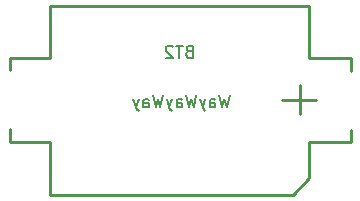
<source format=gbr>
%TF.GenerationSoftware,KiCad,Pcbnew,7.0.10*%
%TF.CreationDate,2024-01-25T20:05:25+00:00*%
%TF.ProjectId,USB-tester,5553422d-7465-4737-9465-722e6b696361,rev?*%
%TF.SameCoordinates,Original*%
%TF.FileFunction,Legend,Bot*%
%TF.FilePolarity,Positive*%
%FSLAX46Y46*%
G04 Gerber Fmt 4.6, Leading zero omitted, Abs format (unit mm)*
G04 Created by KiCad (PCBNEW 7.0.10) date 2024-01-25 20:05:25*
%MOMM*%
%LPD*%
G01*
G04 APERTURE LIST*
%ADD10C,0.150000*%
%ADD11C,0.250000*%
G04 APERTURE END LIST*
D10*
X171386258Y-100698419D02*
X171148163Y-101698419D01*
X171148163Y-101698419D02*
X170957687Y-100984133D01*
X170957687Y-100984133D02*
X170767211Y-101698419D01*
X170767211Y-101698419D02*
X170529116Y-100698419D01*
X169719592Y-101698419D02*
X169719592Y-101174609D01*
X169719592Y-101174609D02*
X169767211Y-101079371D01*
X169767211Y-101079371D02*
X169862449Y-101031752D01*
X169862449Y-101031752D02*
X170052925Y-101031752D01*
X170052925Y-101031752D02*
X170148163Y-101079371D01*
X169719592Y-101650800D02*
X169814830Y-101698419D01*
X169814830Y-101698419D02*
X170052925Y-101698419D01*
X170052925Y-101698419D02*
X170148163Y-101650800D01*
X170148163Y-101650800D02*
X170195782Y-101555561D01*
X170195782Y-101555561D02*
X170195782Y-101460323D01*
X170195782Y-101460323D02*
X170148163Y-101365085D01*
X170148163Y-101365085D02*
X170052925Y-101317466D01*
X170052925Y-101317466D02*
X169814830Y-101317466D01*
X169814830Y-101317466D02*
X169719592Y-101269847D01*
X169338639Y-101031752D02*
X169100544Y-101698419D01*
X168862449Y-101031752D02*
X169100544Y-101698419D01*
X169100544Y-101698419D02*
X169195782Y-101936514D01*
X169195782Y-101936514D02*
X169243401Y-101984133D01*
X169243401Y-101984133D02*
X169338639Y-102031752D01*
X168576734Y-100698419D02*
X168338639Y-101698419D01*
X168338639Y-101698419D02*
X168148163Y-100984133D01*
X168148163Y-100984133D02*
X167957687Y-101698419D01*
X167957687Y-101698419D02*
X167719592Y-100698419D01*
X166910068Y-101698419D02*
X166910068Y-101174609D01*
X166910068Y-101174609D02*
X166957687Y-101079371D01*
X166957687Y-101079371D02*
X167052925Y-101031752D01*
X167052925Y-101031752D02*
X167243401Y-101031752D01*
X167243401Y-101031752D02*
X167338639Y-101079371D01*
X166910068Y-101650800D02*
X167005306Y-101698419D01*
X167005306Y-101698419D02*
X167243401Y-101698419D01*
X167243401Y-101698419D02*
X167338639Y-101650800D01*
X167338639Y-101650800D02*
X167386258Y-101555561D01*
X167386258Y-101555561D02*
X167386258Y-101460323D01*
X167386258Y-101460323D02*
X167338639Y-101365085D01*
X167338639Y-101365085D02*
X167243401Y-101317466D01*
X167243401Y-101317466D02*
X167005306Y-101317466D01*
X167005306Y-101317466D02*
X166910068Y-101269847D01*
X166529115Y-101031752D02*
X166291020Y-101698419D01*
X166052925Y-101031752D02*
X166291020Y-101698419D01*
X166291020Y-101698419D02*
X166386258Y-101936514D01*
X166386258Y-101936514D02*
X166433877Y-101984133D01*
X166433877Y-101984133D02*
X166529115Y-102031752D01*
X165767210Y-100698419D02*
X165529115Y-101698419D01*
X165529115Y-101698419D02*
X165338639Y-100984133D01*
X165338639Y-100984133D02*
X165148163Y-101698419D01*
X165148163Y-101698419D02*
X164910068Y-100698419D01*
X164100544Y-101698419D02*
X164100544Y-101174609D01*
X164100544Y-101174609D02*
X164148163Y-101079371D01*
X164148163Y-101079371D02*
X164243401Y-101031752D01*
X164243401Y-101031752D02*
X164433877Y-101031752D01*
X164433877Y-101031752D02*
X164529115Y-101079371D01*
X164100544Y-101650800D02*
X164195782Y-101698419D01*
X164195782Y-101698419D02*
X164433877Y-101698419D01*
X164433877Y-101698419D02*
X164529115Y-101650800D01*
X164529115Y-101650800D02*
X164576734Y-101555561D01*
X164576734Y-101555561D02*
X164576734Y-101460323D01*
X164576734Y-101460323D02*
X164529115Y-101365085D01*
X164529115Y-101365085D02*
X164433877Y-101317466D01*
X164433877Y-101317466D02*
X164195782Y-101317466D01*
X164195782Y-101317466D02*
X164100544Y-101269847D01*
X163719591Y-101031752D02*
X163481496Y-101698419D01*
X163243401Y-101031752D02*
X163481496Y-101698419D01*
X163481496Y-101698419D02*
X163576734Y-101936514D01*
X163576734Y-101936514D02*
X163624353Y-101984133D01*
X163624353Y-101984133D02*
X163719591Y-102031752D01*
X167943114Y-96978409D02*
X167800257Y-97026028D01*
X167800257Y-97026028D02*
X167752638Y-97073647D01*
X167752638Y-97073647D02*
X167705019Y-97168885D01*
X167705019Y-97168885D02*
X167705019Y-97311742D01*
X167705019Y-97311742D02*
X167752638Y-97406980D01*
X167752638Y-97406980D02*
X167800257Y-97454600D01*
X167800257Y-97454600D02*
X167895495Y-97502219D01*
X167895495Y-97502219D02*
X168276447Y-97502219D01*
X168276447Y-97502219D02*
X168276447Y-96502219D01*
X168276447Y-96502219D02*
X167943114Y-96502219D01*
X167943114Y-96502219D02*
X167847876Y-96549838D01*
X167847876Y-96549838D02*
X167800257Y-96597457D01*
X167800257Y-96597457D02*
X167752638Y-96692695D01*
X167752638Y-96692695D02*
X167752638Y-96787933D01*
X167752638Y-96787933D02*
X167800257Y-96883171D01*
X167800257Y-96883171D02*
X167847876Y-96930790D01*
X167847876Y-96930790D02*
X167943114Y-96978409D01*
X167943114Y-96978409D02*
X168276447Y-96978409D01*
X167419304Y-96502219D02*
X166847876Y-96502219D01*
X167133590Y-97502219D02*
X167133590Y-96502219D01*
X166562161Y-96597457D02*
X166514542Y-96549838D01*
X166514542Y-96549838D02*
X166419304Y-96502219D01*
X166419304Y-96502219D02*
X166181209Y-96502219D01*
X166181209Y-96502219D02*
X166085971Y-96549838D01*
X166085971Y-96549838D02*
X166038352Y-96597457D01*
X166038352Y-96597457D02*
X165990733Y-96692695D01*
X165990733Y-96692695D02*
X165990733Y-96787933D01*
X165990733Y-96787933D02*
X166038352Y-96930790D01*
X166038352Y-96930790D02*
X166609780Y-97502219D01*
X166609780Y-97502219D02*
X165990733Y-97502219D01*
D11*
%TO.C,BT2*%
X181637400Y-104667400D02*
X178157400Y-104667400D01*
X181637400Y-103597400D02*
X181637400Y-104667400D01*
X181637400Y-97557400D02*
X181637400Y-98627400D01*
X181637400Y-97557400D02*
X178157400Y-97557400D01*
X178717400Y-101117400D02*
X175797400Y-101117400D01*
X178157400Y-107737400D02*
X178157400Y-106217400D01*
X178157400Y-104667400D02*
X178157400Y-106277400D01*
X178157400Y-97557400D02*
X178157400Y-93117400D01*
X178157400Y-93117400D02*
X156157400Y-93117400D01*
X177317400Y-99847400D02*
X177317400Y-102257400D01*
X176787400Y-109117400D02*
X178157400Y-107737400D01*
X156157400Y-109117400D02*
X176787400Y-109117400D01*
X156157400Y-104667400D02*
X156157400Y-109117400D01*
X156157400Y-97557400D02*
X156157400Y-93117400D01*
X152807400Y-104667400D02*
X156157400Y-104667400D01*
X152807400Y-103527400D02*
X152807400Y-104667400D01*
X152807400Y-97557400D02*
X156157400Y-97557400D01*
X152807400Y-97557400D02*
X152807400Y-98567400D01*
%TD*%
M02*

</source>
